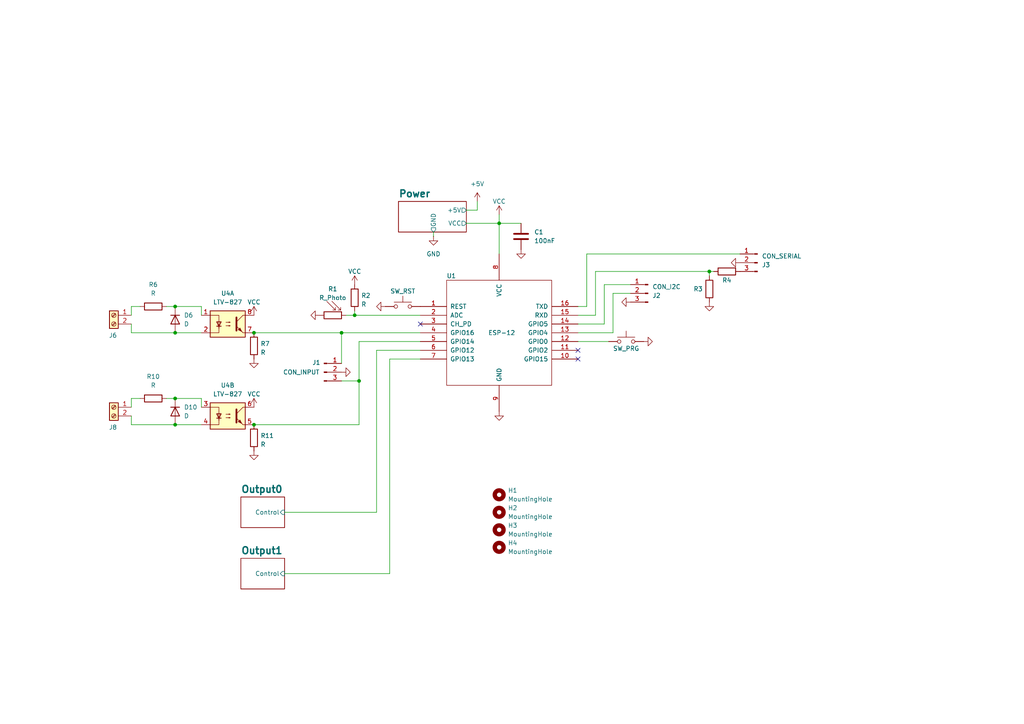
<source format=kicad_sch>
(kicad_sch (version 20231120) (generator "eeschema") (generator_version "8.0")
  (paper "A4")
  (title_block (title "SolderTestPCB") (date "2024-03-04") (rev "1.0") (company "Daniel K"))
  (lib_symbols
    (symbol "Connector:Conn_01x03_Pin" (pin_names (offset 1.016) hide)
      (property "Reference" "J" (at 0 5.08 0))
      (property "Value" "Conn_01x03_Pin" (at 0 -5.08 0))
      (symbol "Conn_01x03_Pin_1_1"
        (polyline (pts (xy 1.27 -2.54) (xy 0.8636 -2.54)) (stroke (width 0.1524)))
        (polyline (pts (xy 1.27 0) (xy 0.8636 0)) (stroke (width 0.1524)))
        (polyline (pts (xy 1.27 2.54) (xy 0.8636 2.54)) (stroke (width 0.1524)))
        (rectangle (start 0.8636 -2.413) (end 0 -2.667) (stroke (width 0.1524)) (fill (type outline)))
        (rectangle (start 0.8636 0.127) (end 0 -0.127) (stroke (width 0.1524)) (fill (type outline)))
        (rectangle (start 0.8636 2.667) (end 0 2.413) (stroke (width 0.1524)) (fill (type outline)))
        (pin passive line (at 5.08 2.54 180) (length 3.81) (name "Pin_1") (number "1"))
        (pin passive line (at 5.08 0 180) (length 3.81) (name "Pin_2") (number "2"))
        (pin passive line (at 5.08 -2.54 180) (length 3.81) (name "Pin_3") (number "3"))
      )
    )
    (symbol "Connector:Screw_Terminal_01x02" (pin_names (offset 1.016) hide)
      (property "Reference" "J" (at 0 2.54 0))
      (property "Value" "Screw_Terminal_01x02" (at 0 -5.08 0))
      (symbol "Screw_Terminal_01x02_1_1"
        (rectangle (start -1.27 1.27) (end 1.27 -3.81) (stroke (width 0.254)) (fill (type background)))
        (circle (center 0 -2.54) (radius 0.635) (stroke (width 0.1524)))
        (polyline (pts (xy -0.5334 -2.2098) (xy 0.3302 -3.048)) (stroke (width 0.1524)))
        (polyline (pts (xy -0.5334 0.3302) (xy 0.3302 -0.508)) (stroke (width 0.1524)))
        (polyline (pts (xy -0.3556 -2.032) (xy 0.508 -2.8702)) (stroke (width 0.1524)))
        (polyline (pts (xy -0.3556 0.508) (xy 0.508 -0.3302)) (stroke (width 0.1524)))
        (circle (center 0 0) (radius 0.635) (stroke (width 0.1524)))
        (pin passive line (at -5.08 0 0) (length 3.81) (name "Pin_1") (number "1"))
        (pin passive line (at -5.08 -2.54 0) (length 3.81) (name "Pin_2") (number "2"))
      )
    )
    (symbol "Device:C" (pin_numbers hide) (pin_names (offset 0.254))
      (property "Reference" "C" (at 0.635 2.54 0))
      (property "Value" "C" (at 0.635 -2.54 0))
      (symbol "C_0_1"
        (polyline (pts (xy -2.032 -0.762) (xy 2.032 -0.762)) (stroke (width 0.508)))
        (polyline (pts (xy -2.032 0.762) (xy 2.032 0.762)) (stroke (width 0.508)))
      )
      (symbol "C_1_1"
        (pin passive line (at 0 3.81 270) (length 2.794) (name "~") (number "1"))
        (pin passive line (at 0 -3.81 90) (length 2.794) (name "~") (number "2"))
      )
    )
    (symbol "Device:D" (pin_numbers hide) (pin_names (offset 1.016) hide)
      (property "Reference" "D" (at 0 2.54 0))
      (property "Value" "D" (at 0 -2.54 0))
      (symbol "D_0_1"
        (polyline (pts (xy -1.27 1.27) (xy -1.27 -1.27)) (stroke (width 0.254)))
        (polyline (pts (xy 1.27 0) (xy -1.27 0)))
        (polyline (pts (xy 1.27 1.27) (xy 1.27 -1.27) (xy -1.27 0) (xy 1.27 1.27)) (stroke (width 0.254)))
      )
      (symbol "D_1_1"
        (pin passive line (at -3.81 0 0) (length 2.54) (name "K") (number "1"))
        (pin passive line (at 3.81 0 180) (length 2.54) (name "A") (number "2"))
      )
    )
    (symbol "Device:R" (pin_numbers hide) (pin_names (offset 0))
      (property "Reference" "R" (at 2.032 0 90))
      (property "Value" "R" (at 0 0 90))
      (symbol "R_0_1"
        (rectangle (start -1.016 -2.54) (end 1.016 2.54) (stroke (width 0.254)))
      )
      (symbol "R_1_1"
        (pin passive line (at 0 3.81 270) (length 1.27) (name "~") (number "1"))
        (pin passive line (at 0 -3.81 90) (length 1.27) (name "~") (number "2"))
      )
    )
    (symbol "Device:R_Photo" (pin_numbers hide) (pin_names (offset 0))
      (property "Reference" "R" (at 1.27 1.27 0))
      (property "Value" "R_Photo" (at 1.27 0 0))
      (symbol "R_Photo_0_1"
        (rectangle (start -1.016 2.54) (end 1.016 -2.54) (stroke (width 0.254)))
        (polyline (pts (xy -1.524 -2.286) (xy -4.064 0.254)))
        (polyline (pts (xy -1.524 -2.286) (xy -2.286 -2.286)))
        (polyline (pts (xy -1.524 -2.286) (xy -1.524 -1.524)))
        (polyline (pts (xy -1.524 -0.762) (xy -4.064 1.778)))
        (polyline (pts (xy -1.524 -0.762) (xy -2.286 -0.762)))
        (polyline (pts (xy -1.524 -0.762) (xy -1.524 0)))
      )
      (symbol "R_Photo_1_1"
        (pin passive line (at 0 3.81 270) (length 1.27) (name "~") (number "1"))
        (pin passive line (at 0 -3.81 90) (length 1.27) (name "~") (number "2"))
      )
    )
    (symbol "ESP8266:ESP-12" (pin_names (offset 1.016))
      (property "Reference" "U" (at 0 -2.54 0))
      (property "Value" "ESP-12" (at 0 2.54 0))
      (symbol "ESP-12_1_0"
        (rectangle (start -15.24 -15.24) (end 15.24 15.24))
      )
      (symbol "ESP-12_1_1"
        (pin input line (at -22.86 7.62 0) (length 7.62) (name "REST") (number "1"))
        (pin bidirectional line (at 22.86 -7.62 180) (length 7.62) (name "GPIO15") (number "10"))
        (pin bidirectional line (at 22.86 -5.08 180) (length 7.62) (name "GPIO2") (number "11"))
        (pin bidirectional line (at 22.86 -2.54 180) (length 7.62) (name "GPIO0") (number "12"))
        (pin bidirectional line (at 22.86 0 180) (length 7.62) (name "GPIO4") (number "13"))
        (pin bidirectional line (at 22.86 2.54 180) (length 7.62) (name "GPIO5") (number "14"))
        (pin input line (at 22.86 5.08 180) (length 7.62) (name "RXD") (number "15"))
        (pin output line (at 22.86 7.62 180) (length 7.62) (name "TXD") (number "16"))
        (pin passive line (at -22.86 5.08 0) (length 7.62) (name "ADC") (number "2"))
        (pin input line (at -22.86 2.54 0) (length 7.62) (name "CH_PD") (number "3"))
        (pin bidirectional line (at -22.86 0 0) (length 7.62) (name "GPIO16") (number "4"))
        (pin bidirectional line (at -22.86 -2.54 0) (length 7.62) (name "GPIO14") (number "5"))
        (pin bidirectional line (at -22.86 -5.08 0) (length 7.62) (name "GPIO12") (number "6"))
        (pin bidirectional line (at -22.86 -7.62 0) (length 7.62) (name "GPIO13") (number "7"))
        (pin power_in line (at 0 22.86 270) (length 7.62) (name "VCC") (number "8"))
        (pin power_in line (at 0 -22.86 90) (length 7.62) (name "GND") (number "9"))
      )
    )
    (symbol "GND_2" (power) (pin_numbers hide) (pin_names (offset 0) hide)
      (property "Value" "GND" (at 0 -3.81 0))
      (symbol "GND_2_0_1"
        (polyline (pts (xy 0 0) (xy 0 -1.27) (xy 1.27 -1.27) (xy 0 -2.54) (xy -1.27 -1.27) (xy 0 -1.27)))
      )
      (symbol "GND_2_1_1"
        (pin power_in line (at 0 0 270) (length 0) (name "~") (number "1"))
      )
    )
    (symbol "Isolator:LTV-827" (pin_names (offset 1.016))
      (property "Reference" "U" (at -5.08 5.08 0))
      (property "Value" "LTV-827" (at 0 5.08 0))
      (symbol "LTV-827_0_1"
        (rectangle (start -5.08 3.81) (end 5.08 -3.81) (stroke (width 0.254)) (fill (type background)))
        (polyline (pts (xy -3.175 -0.635) (xy -1.905 -0.635)) (stroke (width 0.254)))
        (polyline (pts (xy 2.54 0.635) (xy 4.445 2.54)))
        (polyline (pts (xy 4.445 -2.54) (xy 2.54 -0.635)) (fill (type outline)))
        (polyline (pts (xy 4.445 -2.54) (xy 5.08 -2.54)))
        (polyline (pts (xy 4.445 2.54) (xy 5.08 2.54)))
        (polyline (pts (xy -2.54 -0.635) (xy -2.54 -2.54) (xy -5.08 -2.54)))
        (polyline (pts (xy 2.54 1.905) (xy 2.54 -1.905) (xy 2.54 -1.905)) (stroke (width 0.508)))
        (polyline (pts (xy -5.08 2.54) (xy -2.54 2.54) (xy -2.54 -1.27) (xy -2.54 0.635)))
        (polyline (pts (xy -2.54 -0.635) (xy -3.175 0.635) (xy -1.905 0.635) (xy -2.54 -0.635)) (stroke (width 0.254)))
        (polyline (pts (xy -0.508 -0.508) (xy 0.762 -0.508) (xy 0.381 -0.635) (xy 0.381 -0.381) (xy 0.762 -0.508)))
        (polyline (pts (xy -0.508 0.508) (xy 0.762 0.508) (xy 0.381 0.381) (xy 0.381 0.635) (xy 0.762 0.508)))
        (polyline (pts (xy 3.048 -1.651) (xy 3.556 -1.143) (xy 4.064 -2.159) (xy 3.048 -1.651) (xy 3.048 -1.651)) (fill (type outline)))
      )
      (symbol "LTV-827_1_1"
        (pin passive line (at -7.62 2.54 0) (length 2.54) (name "~") (number "1"))
        (pin passive line (at -7.62 -2.54 0) (length 2.54) (name "~") (number "2"))
        (pin passive line (at 7.62 -2.54 180) (length 2.54) (name "~") (number "7"))
        (pin passive line (at 7.62 2.54 180) (length 2.54) (name "~") (number "8"))
      )
      (symbol "LTV-827_2_1"
        (pin passive line (at -7.62 2.54 0) (length 2.54) (name "~") (number "3"))
        (pin passive line (at -7.62 -2.54 0) (length 2.54) (name "~") (number "4"))
        (pin passive line (at 7.62 -2.54 180) (length 2.54) (name "~") (number "5"))
        (pin passive line (at 7.62 2.54 180) (length 2.54) (name "~") (number "6"))
      )
    )
    (symbol "Mechanical:MountingHole" (pin_names (offset 1.016)) (exclude_from_sim yes) (in_bom no)
      (property "Reference" "H" (at 0 5.08 0))
      (property "Value" "MountingHole" (at 0 3.175 0))
      (symbol "MountingHole_0_1"
        (circle (center 0 0) (radius 1.27) (stroke (width 1.27)))
      )
    )
    (symbol "Switch:SW_Push" (pin_numbers hide) (pin_names (offset 1.016) hide)
      (property "Reference" "SW" (at 1.27 2.54 0))
      (property "Value" "SW_Push" (at 0 -1.524 0))
      (symbol "SW_Push_0_1"
        (circle (center -2.032 0) (radius 0.508))
        (polyline (pts (xy 0 1.27) (xy 0 3.048)))
        (polyline (pts (xy 2.54 1.27) (xy -2.54 1.27)))
        (circle (center 2.032 0) (radius 0.508))
        (pin passive line (at -5.08 0 0) (length 2.54) (name "1") (number "1"))
        (pin passive line (at 5.08 0 180) (length 2.54) (name "2") (number "2"))
      )
    )
    (symbol "power:+5V" (power) (pin_numbers hide) (pin_names (offset 0) hide)
      (property "Value" "+5V" (at 0 3.556 0))
      (symbol "+5V_0_1"
        (polyline (pts (xy -0.762 1.27) (xy 0 2.54)))
        (polyline (pts (xy 0 0) (xy 0 2.54)))
        (polyline (pts (xy 0 2.54) (xy 0.762 1.27)))
      )
      (symbol "+5V_1_1"
        (pin power_in line (at 0 0 90) (length 0) (name "~") (number "1"))
      )
    )
    (symbol "power:GND" (power) (pin_names (offset 0))
      (property "Value" "GND" (at 0 -3.81 0))
      (symbol "GND_0_1"
        (polyline (pts (xy 0 0) (xy 0 -1.27) (xy 1.27 -1.27) (xy 0 -2.54) (xy -1.27 -1.27) (xy 0 -1.27)))
      )
      (symbol "GND_1_1"
        (pin power_in line (at 0 0 270) (length 0) hide (name "GND") (number "1"))
      )
    )
    (symbol "power:VCC" (power) (pin_names (offset 0))
      (property "Value" "VCC" (at 0 3.81 0))
      (symbol "VCC_0_1"
        (polyline (pts (xy -0.762 1.27) (xy 0 2.54)))
        (polyline (pts (xy 0 0) (xy 0 2.54)))
        (polyline (pts (xy 0 2.54) (xy 0.762 1.27)))
      )
      (symbol "VCC_1_1"
        (pin power_in line (at 0 0 90) (length 0) hide (name "VCC") (number "1"))
      )
    )
  )
  (junction (at 50.8 88.9))
  (junction (at 73.66 123.19))
  (junction (at 144.78 64.77))
  (junction (at 50.8 123.19))
  (junction (at 50.8 115.57))
  (junction (at 99.06 96.52))
  (junction (at 104.14 110.49))
  (junction (at 102.87 91.44))
  (junction (at 205.74 78.74))
  (junction (at 50.8 96.52))
  (junction (at 73.66 96.52))
  (no_connect (at 167.64 104.14))
  (no_connect (at 121.92 93.98))
  (no_connect (at 167.64 101.6))
  (wire (pts (xy 38.1 120.65) (xy 38.1 123.19)))
  (wire (pts (xy 170.18 88.9) (xy 167.64 88.9)))
  (wire (pts (xy 50.8 96.52) (xy 58.42 96.52)))
  (wire (pts (xy 99.06 110.49) (xy 104.14 110.49)))
  (wire (pts (xy 73.66 123.19) (xy 104.14 123.19)))
  (wire (pts (xy 50.8 123.19) (xy 58.42 123.19)))
  (wire (pts (xy 102.87 91.44) (xy 121.92 91.44)))
  (wire (pts (xy 58.42 88.9) (xy 50.8 88.9)))
  (wire (pts (xy 109.22 101.6) (xy 109.22 148.59)))
  (wire (pts (xy 167.64 93.98) (xy 175.26 93.98)))
  (wire (pts (xy 177.8 85.09) (xy 182.88 85.09)))
  (wire (pts (xy 38.1 88.9) (xy 38.1 91.44)))
  (wire (pts (xy 38.1 115.57) (xy 38.1 118.11)))
  (wire (pts (xy 38.1 123.19) (xy 50.8 123.19)))
  (wire (pts (xy 175.26 82.55) (xy 175.26 93.98)))
  (wire (pts (xy 205.74 78.74) (xy 207.01 78.74)))
  (wire (pts (xy 40.64 115.57) (xy 38.1 115.57)))
  (wire (pts (xy 170.18 73.66) (xy 214.63 73.66)))
  (wire (pts (xy 38.1 93.98) (xy 38.1 96.52)))
  (wire (pts (xy 138.43 58.42) (xy 138.43 60.96)))
  (wire (pts (xy 58.42 115.57) (xy 50.8 115.57)))
  (wire (pts (xy 113.03 104.14) (xy 113.03 166.37)))
  (wire (pts (xy 104.14 110.49) (xy 104.14 123.19)))
  (wire (pts (xy 144.78 64.77) (xy 144.78 73.66)))
  (wire (pts (xy 121.92 99.06) (xy 104.14 99.06)))
  (wire (pts (xy 48.26 115.57) (xy 50.8 115.57)))
  (wire (pts (xy 48.26 88.9) (xy 50.8 88.9)))
  (wire (pts (xy 104.14 99.06) (xy 104.14 110.49)))
  (wire (pts (xy 144.78 62.23) (xy 144.78 64.77)))
  (wire (pts (xy 167.64 91.44) (xy 172.72 91.44)))
  (wire (pts (xy 113.03 104.14) (xy 121.92 104.14)))
  (wire (pts (xy 99.06 96.52) (xy 121.92 96.52)))
  (wire (pts (xy 102.87 90.17) (xy 102.87 91.44)))
  (wire (pts (xy 172.72 78.74) (xy 205.74 78.74)))
  (wire (pts (xy 99.06 96.52) (xy 99.06 105.41)))
  (wire (pts (xy 135.255 64.77) (xy 144.78 64.77)))
  (wire (pts (xy 205.74 80.01) (xy 205.74 78.74)))
  (wire (pts (xy 167.64 96.52) (xy 177.8 96.52)))
  (wire (pts (xy 125.73 67.31) (xy 125.73 68.58)))
  (wire (pts (xy 73.66 96.52) (xy 99.06 96.52)))
  (wire (pts (xy 100.33 91.44) (xy 102.87 91.44)))
  (wire (pts (xy 135.255 60.96) (xy 138.43 60.96)))
  (wire (pts (xy 167.64 99.06) (xy 176.53 99.06)))
  (wire (pts (xy 109.22 101.6) (xy 121.92 101.6)))
  (wire (pts (xy 40.64 88.9) (xy 38.1 88.9)))
  (wire (pts (xy 38.1 96.52) (xy 50.8 96.52)))
  (wire (pts (xy 82.55 166.37) (xy 113.03 166.37)))
  (wire (pts (xy 82.55 148.59) (xy 109.22 148.59)))
  (wire (pts (xy 172.72 91.44) (xy 172.72 78.74)))
  (wire (pts (xy 144.78 64.77) (xy 151.13 64.77)))
  (wire (pts (xy 58.42 91.44) (xy 58.42 88.9)))
  (wire (pts (xy 175.26 82.55) (xy 182.88 82.55)))
  (wire (pts (xy 58.42 118.11) (xy 58.42 115.57)))
  (wire (pts (xy 177.8 96.52) (xy 177.8 85.09)))
  (wire (pts (xy 170.18 88.9) (xy 170.18 73.66)))
  (symbol (lib_id "power:+5V") (at 138.43 58.42 0) (unit 1)
    (property "Reference" "#PWR06" (effects (hide yes)))
    (property "Value" "+5V" (at 138.43 53.34 0))
    (property "Description" "Power symbol creates a global label with name \"+5V\"" (effects (hide yes)))
  )
  (symbol (lib_id "Device:D") (at 50.8 119.38 270) (unit 1)
    (property "Reference" "D10" (at 53.34 118.1099 90) (effects (justify left)))
    (property "Value" "D" (at 53.34 120.6499 90) (effects (justify left)))
    (property "Footprint" "Diode_THT:D_DO-15_P10.16mm_Horizontal" (effects (hide yes)))
    (property "Description" "Diode" (effects (hide yes)))
    (property "Sim.Device" "D" (effects (hide yes)))
    (property "Sim.Pins" "1=K 2=A" (effects (hide yes)))
  )
  (symbol (lib_id "Connector:Conn_01x03_Pin") (at 187.96 85.09 0) (mirror y) (unit 1)
    (property "Reference" "J2" (at 189.23 85.725 0) (effects (justify right)))
    (property "Value" "CON_I2C" (at 189.23 83.185 0) (effects (justify right)))
    (property "Footprint" "Connector_PinHeader_2.54mm:PinHeader_1x03_P2.54mm_Vertical" (effects (hide yes)))
  )
  (symbol (lib_id "power:GND") (at 151.13 72.39 0) (unit 1)
    (property "Reference" "#PWR09" (effects (hide yes)))
    (property "Value" "GND" (effects (hide yes)))
  )
  (symbol (lib_id "Connector:Screw_Terminal_01x02") (at 33.02 118.11 0) (mirror y) (unit 1)
    (property "Reference" "J8" (at 32.766 123.952 0))
    (property "Value" "Screw_Terminal_01x02" (effects (hide yes)))
    (property "Footprint" "TerminalBlock_RND:TerminalBlock_RND_205-00001_1x02_P5.00mm_Horizontal" (effects (hide yes)))
    (property "Description" "Generic screw terminal, single row, 01x02, script generated (kicad-library-utils/schlib/autogen/connector/)" (effects (hide yes)))
  )
  (symbol (lib_name "GND_2") (lib_id "power:GND") (at 125.73 68.58 0) (unit 1)
    (property "Reference" "#PWR05" (effects (hide yes)))
    (property "Value" "GND" (at 125.73 73.66 0))
    (property "Description" "Power symbol creates a global label with name \"GND\" , ground" (effects (hide yes)))
  )
  (symbol (lib_id "Mechanical:MountingHole") (at 144.78 153.67 0) (unit 1) (exclude_from_sim yes) (in_bom no)
    (property "Reference" "H3" (at 147.32 152.3999 0) (effects (justify left)))
    (property "Value" "MountingHole" (at 147.32 154.9399 0) (effects (justify left)))
    (property "Footprint" "MountingHole:MountingHole_3.2mm_M3" (effects (hide yes)))
    (property "Description" "Mounting Hole without connection" (effects (hide yes)))
  )
  (symbol (lib_id "power:GND") (at 182.88 87.63 270) (unit 1)
    (property "Reference" "#PWR010" (effects (hide yes)))
    (property "Value" "GND" (effects (hide yes)))
  )
  (symbol (lib_id "Isolator:LTV-827") (at 66.04 93.98 0) (unit 1)
    (property "Reference" "U4" (at 66.04 85.09 0))
    (property "Value" "LTV-827" (at 66.04 87.63 0))
    (property "Footprint" "Package_DIP:DIP-8_W7.62mm" (effects (hide yes)))
    (property "Datasheet" "http://optoelectronics.liteon.com/upload/download/DS-70-96-0016/LTV-8X7%20series%20201610%20.pdf" (effects (hide yes)))
    (property "Description" "Dual DC Optocoupler, Vce 35V, CTR 50%, DIP-8" (effects (hide yes)))
  )
  (symbol (lib_id "Device:R") (at 205.74 83.82 0) (mirror y) (unit 1)
    (property "Reference" "R3" (at 203.835 83.82 0) (effects (justify left)))
    (property "Value" "R" (effects (hide yes)))
    (property "Footprint" "Resistor_THT:R_Axial_DIN0204_L3.6mm_D1.6mm_P1.90mm_Vertical" (effects (hide yes)))
  )
  (symbol (lib_id "power:VCC") (at 144.78 62.23 0) (unit 1)
    (property "Reference" "#PWR07" (effects (hide yes)))
    (property "Value" "VCC" (at 144.78 58.42 0))
  )
  (symbol (lib_id "Isolator:LTV-827") (at 66.04 120.65 0) (unit 2)
    (property "Reference" "U4" (at 66.04 111.76 0))
    (property "Value" "LTV-827" (at 66.04 114.3 0))
    (property "Footprint" "Package_DIP:DIP-8_W7.62mm" (effects (hide yes)))
    (property "Datasheet" "http://optoelectronics.liteon.com/upload/download/DS-70-96-0016/LTV-8X7%20series%20201610%20.pdf" (effects (hide yes)))
    (property "Description" "Dual DC Optocoupler, Vce 35V, CTR 50%, DIP-8" (effects (hide yes)))
  )
  (symbol (lib_id "Device:R") (at 44.45 88.9 90) (unit 1)
    (property "Reference" "R6" (at 44.45 82.55 90))
    (property "Value" "R" (at 44.45 85.09 90))
    (property "Footprint" "Resistor_THT:R_Axial_DIN0204_L3.6mm_D1.6mm_P1.90mm_Vertical" (effects (hide yes)))
    (property "Description" "Resistor" (effects (hide yes)))
  )
  (symbol (lib_id "power:GND") (at 99.06 107.95 90) (mirror x) (unit 1)
    (property "Reference" "#PWR02" (effects (hide yes)))
    (property "Value" "GND" (effects (hide yes)))
  )
  (symbol (lib_id "Switch:SW_Push") (at 116.84 88.9 0) (unit 1)
    (property "Reference" "SW1" (effects (hide yes)))
    (property "Value" "SW_RST" (at 116.84 84.455 0))
    (property "Footprint" "Button_Switch_THT:SW_PUSH_6mm_H4.3mm" (effects (hide yes)))
  )
  (symbol (lib_id "power:GND") (at 111.76 88.9 270) (unit 1)
    (property "Reference" "#PWR04" (effects (hide yes)))
    (property "Value" "GND" (effects (hide yes)))
  )
  (symbol (lib_id "Connector:Screw_Terminal_01x02") (at 33.02 91.44 0) (mirror y) (unit 1)
    (property "Reference" "J6" (at 32.766 97.282 0))
    (property "Value" "Screw_Terminal_01x02" (effects (hide yes)))
    (property "Footprint" "TerminalBlock_RND:TerminalBlock_RND_205-00001_1x02_P5.00mm_Horizontal" (effects (hide yes)))
    (property "Description" "Generic screw terminal, single row, 01x02, script generated (kicad-library-utils/schlib/autogen/connector/)" (effects (hide yes)))
  )
  (symbol (lib_id "power:GND") (at 214.63 76.2 270) (unit 1)
    (property "Reference" "#PWR013" (effects (hide yes)))
    (property "Value" "GND" (effects (hide yes)))
  )
  (symbol (lib_id "Mechanical:MountingHole") (at 144.78 143.51 0) (unit 1) (exclude_from_sim yes) (in_bom no)
    (property "Reference" "H1" (at 147.32 142.2399 0) (effects (justify left)))
    (property "Value" "MountingHole" (at 147.32 144.7799 0) (effects (justify left)))
    (property "Footprint" "MountingHole:MountingHole_3.2mm_M3" (effects (hide yes)))
    (property "Description" "Mounting Hole without connection" (effects (hide yes)))
  )
  (symbol (lib_id "Device:R") (at 73.66 100.33 0) (unit 1)
    (property "Reference" "R7" (at 75.565 99.695 0) (effects (justify left)))
    (property "Value" "R" (at 75.565 102.235 0) (effects (justify left)))
    (property "Footprint" "Resistor_THT:R_Axial_DIN0204_L3.6mm_D1.6mm_P1.90mm_Vertical" (effects (hide yes)))
  )
  (symbol (lib_id "Device:R_Photo") (at 96.52 91.44 90) (mirror x) (unit 1)
    (property "Reference" "R1" (at 96.52 83.82 90))
    (property "Value" "R_Photo" (at 96.52 86.36 90))
    (property "Footprint" "OptoDevice:R_LDR_5.1x4.3mm_P3.4mm_Vertical" (effects (hide yes)))
  )
  (symbol (lib_id "power:VCC") (at 102.87 82.55 0) (unit 1)
    (property "Reference" "#PWR03" (effects (hide yes)))
    (property "Value" "VCC" (at 102.87 78.74 0))
  )
  (symbol (lib_id "Connector:Conn_01x03_Pin") (at 219.71 76.2 0) (mirror y) (unit 1)
    (property "Reference" "J3" (at 220.98 76.835 0) (effects (justify right)))
    (property "Value" "CON_SERIAL" (at 220.98 74.295 0) (effects (justify right)))
    (property "Footprint" "Connector_PinHeader_2.54mm:PinHeader_1x03_P2.54mm_Vertical" (effects (hide yes)))
  )
  (symbol (lib_id "Connector:Conn_01x03_Pin") (at 93.98 107.95 0) (unit 1)
    (property "Reference" "J1" (at 92.964 105.156 0) (effects (justify right)))
    (property "Value" "CON_INPUT" (at 92.71 107.95 0) (effects (justify right)))
    (property "Footprint" "Connector_PinHeader_2.54mm:PinHeader_1x03_P2.54mm_Vertical" (effects (hide yes)))
  )
  (symbol (lib_id "power:GND") (at 73.66 130.81 0) (unit 1)
    (property "Reference" "#PWR020" (effects (hide yes)))
    (property "Value" "GND" (effects (hide yes)))
  )
  (symbol (lib_id "Mechanical:MountingHole") (at 144.78 148.59 0) (unit 1) (exclude_from_sim yes) (in_bom no)
    (property "Reference" "H2" (at 147.32 147.3199 0) (effects (justify left)))
    (property "Value" "MountingHole" (at 147.32 149.8599 0) (effects (justify left)))
    (property "Footprint" "MountingHole:MountingHole_3.2mm_M3" (effects (hide yes)))
    (property "Description" "Mounting Hole without connection" (effects (hide yes)))
  )
  (symbol (lib_id "power:VCC") (at 73.66 118.11 0) (unit 1)
    (property "Reference" "#PWR019" (effects (hide yes)))
    (property "Value" "VCC" (at 73.66 114.3 0))
  )
  (symbol (lib_id "Device:R") (at 210.82 78.74 270) (unit 1)
    (property "Reference" "R4" (at 210.82 81.28 90))
    (property "Value" "R" (effects (hide yes)))
    (property "Footprint" "Resistor_THT:R_Axial_DIN0204_L3.6mm_D1.6mm_P1.90mm_Vertical" (effects (hide yes)))
  )
  (symbol (lib_id "Device:D") (at 50.8 92.71 270) (unit 1)
    (property "Reference" "D6" (at 53.34 91.4399 90) (effects (justify left)))
    (property "Value" "D" (at 53.34 93.9799 90) (effects (justify left)))
    (property "Footprint" "Diode_THT:D_DO-15_P10.16mm_Horizontal" (effects (hide yes)))
    (property "Description" "Diode" (effects (hide yes)))
    (property "Sim.Device" "D" (effects (hide yes)))
    (property "Sim.Pins" "1=K 2=A" (effects (hide yes)))
  )
  (symbol (lib_id "Switch:SW_Push") (at 181.61 99.06 0) (unit 1)
    (property "Reference" "SW2" (effects (hide yes)))
    (property "Value" "SW_PRG" (at 181.61 101.092 0))
    (property "Footprint" "Button_Switch_THT:SW_PUSH_6mm_H4.3mm" (effects (hide yes)))
  )
  (symbol (lib_id "Device:R") (at 44.45 115.57 90) (unit 1)
    (property "Reference" "R10" (at 44.45 109.22 90))
    (property "Value" "R" (at 44.45 111.76 90))
    (property "Footprint" "Resistor_THT:R_Axial_DIN0204_L3.6mm_D1.6mm_P1.90mm_Vertical" (effects (hide yes)))
    (property "Description" "Resistor" (effects (hide yes)))
  )
  (symbol (lib_id "Device:R") (at 73.66 127 0) (unit 1)
    (property "Reference" "R11" (at 75.565 126.365 0) (effects (justify left)))
    (property "Value" "R" (at 75.565 128.905 0) (effects (justify left)))
    (property "Footprint" "Resistor_THT:R_Axial_DIN0204_L3.6mm_D1.6mm_P1.90mm_Vertical" (effects (hide yes)))
  )
  (symbol (lib_id "Device:C") (at 151.13 68.58 0) (unit 1)
    (property "Reference" "C1" (at 154.94 67.3099 0) (effects (justify left)))
    (property "Value" "100nF" (at 154.94 69.8499 0) (effects (justify left)))
    (property "Footprint" "Capacitor_THT:C_Disc_D3.8mm_W2.6mm_P2.50mm" (effects (hide yes)))
    (property "Description" "Unpolarized capacitor" (effects (hide yes)))
  )
  (symbol (lib_id "power:GND") (at 92.71 91.44 270) (unit 1)
    (property "Reference" "#PWR01" (effects (hide yes)))
    (property "Value" "GND" (effects (hide yes)))
  )
  (symbol (lib_id "Device:R") (at 102.87 86.36 0) (unit 1)
    (property "Reference" "R2" (at 104.775 85.725 0) (effects (justify left)))
    (property "Value" "R" (at 104.775 88.265 0) (effects (justify left)))
    (property "Footprint" "Resistor_THT:R_Axial_DIN0204_L3.6mm_D1.6mm_P1.90mm_Vertical" (effects (hide yes)))
  )
  (symbol (lib_id "ESP8266:ESP-12") (at 144.78 96.52 0) (unit 1)
    (property "Reference" "U1" (at 129.54 80.01 0) (effects (justify left)))
    (property "Value" "ESP-12" (at 141.605 96.52 0) (effects (justify left)))
    (property "Footprint" "RF_Module:HOPERF_RFM9XW_THT" (effects (hide yes)))
    (property "Datasheet" "http://l0l.org.uk/2014/12/esp8266-modules-hardware-guide-gotta-catch-em-all/" (effects (hide yes)))
  )
  (symbol (lib_id "power:GND") (at 186.69 99.06 90) (unit 1)
    (property "Reference" "#PWR011" (effects (hide yes)))
    (property "Value" "GND" (effects (hide yes)))
  )
  (symbol (lib_id "Mechanical:MountingHole") (at 144.78 158.75 0) (unit 1) (exclude_from_sim yes) (in_bom no)
    (property "Reference" "H4" (at 147.32 157.4799 0) (effects (justify left)))
    (property "Value" "MountingHole" (at 147.32 160.0199 0) (effects (justify left)))
    (property "Footprint" "MountingHole:MountingHole_3.2mm_M3" (effects (hide yes)))
    (property "Description" "Mounting Hole without connection" (effects (hide yes)))
  )
  (symbol (lib_id "power:GND") (at 205.74 87.63 0) (unit 1)
    (property "Reference" "#PWR012" (effects (hide yes)))
    (property "Value" "GND" (effects (hide yes)))
  )
  (symbol (lib_id "power:GND") (at 144.78 119.38 0) (unit 1)
    (property "Reference" "#PWR08" (effects (hide yes)))
    (property "Value" "GND" (effects (hide yes)))
  )
  (symbol (lib_id "power:GND") (at 73.66 104.14 0) (unit 1)
    (property "Reference" "#PWR016" (effects (hide yes)))
    (property "Value" "GND" (effects (hide yes)))
  )
  (symbol (lib_id "power:VCC") (at 73.66 91.44 0) (unit 1)
    (property "Reference" "#PWR015" (effects (hide yes)))
    (property "Value" "VCC" (at 73.66 87.63 0))
  )
  (sheet (at 69.85 144.145) (size 12.7 8.89) (stroke (width 0.1524))
    (property "Sheetname" "Output0" (at 69.85 143.0684 0) (effects (font (size 2 2) (bold yes)) (justify left bottom)))
    (property "Sheetfile" "output.kicad_sch" (effects (hide yes)))
    (pin "Control" input (at 82.55 148.59 0))
  )
  (sheet (at 69.85 161.925) (size 12.7 8.89) (stroke (width 0.1524))
    (property "Sheetname" "Output1" (at 69.85 160.8484 0) (effects (font (size 2 2) (bold yes)) (justify left bottom)))
    (property "Sheetfile" "output.kicad_sch" (effects (hide yes)))
    (pin "Control" input (at 82.55 166.37 0))
  )
  (sheet (at 115.57 58.42) (size 19.685 8.89) (stroke (width 0.1524))
    (property "Sheetname" "Power" (at 115.57 57.3434 0) (effects (font (size 2 2) (bold yes)) (justify left bottom)))
    (property "Sheetfile" "power.kicad_sch" (effects (hide yes)))
    (pin "+5V" output (at 135.255 60.96 0))
    (pin "VCC" output (at 135.255 64.77 0))
    (pin "GND" output (at 125.73 67.31 270))
  )
)
</source>
